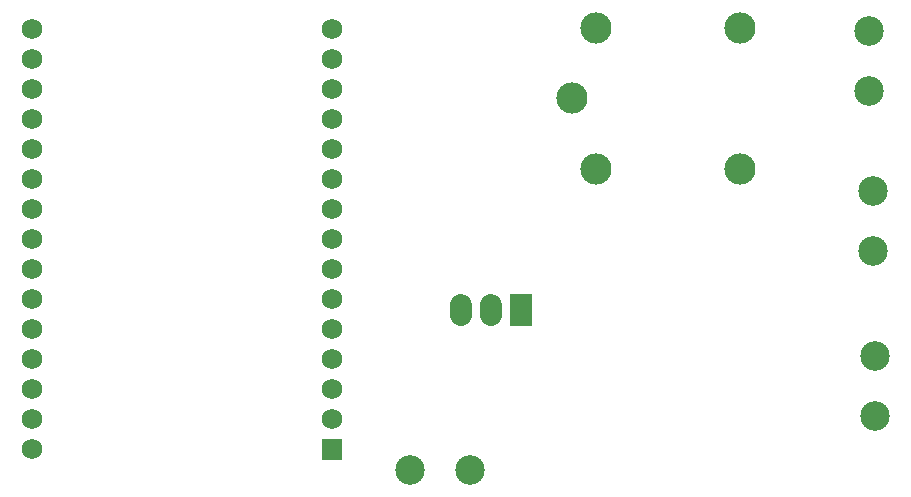
<source format=gbs>
G04 Layer: BottomSolderMaskLayer*
G04 EasyEDA v6.4.20.6, 2021-07-28T17:52:38+05:30*
G04 7673a310b3b046d6880bcf56e2675785,cb7c4d428bdd4184835f340970a17a1a,10*
G04 Gerber Generator version 0.2*
G04 Scale: 100 percent, Rotated: No, Reflected: No *
G04 Dimensions in millimeters *
G04 leading zeros omitted , absolute positions ,4 integer and 5 decimal *
%FSLAX45Y45*%
%MOMM*%

%ADD27C,1.9016*%
%ADD29C,1.7272*%
%ADD30C,2.5016*%
%ADD31C,2.6416*%

%LPD*%
D27*
X6644101Y4709299D02*
G01*
X6644101Y4789299D01*
X6386088Y4710290D02*
G01*
X6386088Y4790290D01*
G36*
X5209540Y3482339D02*
G01*
X5209540Y3655060D01*
X5382259Y3655060D01*
X5382259Y3482339D01*
G37*
D29*
G01*
X5295900Y3822700D03*
G01*
X5295900Y4076700D03*
G01*
X5295900Y4330700D03*
G01*
X5295900Y4584700D03*
G01*
X5295900Y4838700D03*
G01*
X5295900Y5092700D03*
G01*
X5295900Y5346700D03*
G01*
X5295900Y5600700D03*
G01*
X5295900Y5854700D03*
G01*
X5295900Y6108700D03*
G01*
X5295900Y6362700D03*
G01*
X5295900Y6616700D03*
G01*
X5295900Y6870700D03*
G01*
X5295900Y7124700D03*
G01*
X2755900Y7124700D03*
G01*
X2755900Y6870700D03*
G01*
X2755900Y6616700D03*
G01*
X2755900Y6362700D03*
G01*
X2755900Y6108700D03*
G01*
X2755900Y5854700D03*
G01*
X2755900Y5600700D03*
G01*
X2755900Y5346700D03*
G01*
X2755900Y5092700D03*
G01*
X2755900Y4838700D03*
G01*
X2755900Y4584700D03*
G01*
X2755900Y4330700D03*
G01*
X2755900Y4076700D03*
G01*
X2755900Y3822700D03*
G01*
X2755900Y3568700D03*
D30*
G01*
X5956300Y3390900D03*
G01*
X6464300Y3390900D03*
G01*
X9893300Y4356100D03*
G01*
X9893300Y3848100D03*
G01*
X9842500Y7112000D03*
G01*
X9842500Y6604000D03*
G01*
X9880600Y5753100D03*
G01*
X9880600Y5245100D03*
D31*
G01*
X8749106Y5940501D03*
G01*
X8749106Y7140498D03*
G01*
X7529093Y7140498D03*
G01*
X7529093Y5940501D03*
G01*
X7329093Y6540500D03*
G36*
X6803136Y4614163D02*
G01*
X6803136Y4884420D01*
X6993127Y4884420D01*
X6993127Y4614163D01*
G37*
M02*

</source>
